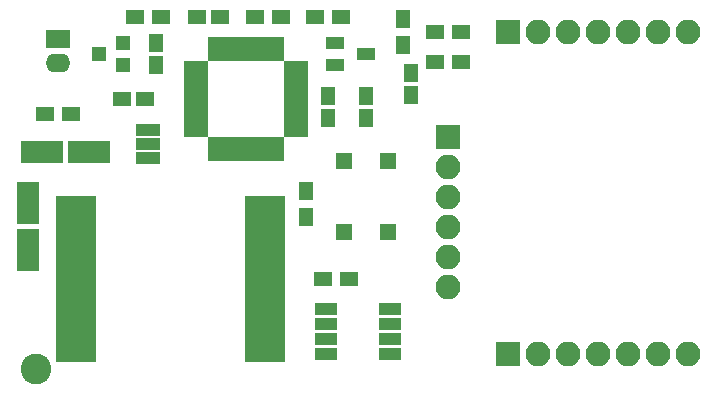
<source format=gts>
G04 #@! TF.FileFunction,Soldermask,Top*
%FSLAX46Y46*%
G04 Gerber Fmt 4.6, Leading zero omitted, Abs format (unit mm)*
G04 Created by KiCad (PCBNEW 4.0.7-e1-6374~58~ubuntu16.04.1) date Wed Aug  2 10:41:50 2017*
%MOMM*%
%LPD*%
G01*
G04 APERTURE LIST*
%ADD10C,0.100000*%
%ADD11R,1.400760X1.400760*%
%ADD12R,2.000000X0.950000*%
%ADD13R,0.950000X2.000000*%
%ADD14R,1.600000X1.150000*%
%ADD15R,1.150000X1.600000*%
%ADD16R,1.900000X3.600000*%
%ADD17R,3.600000X1.900000*%
%ADD18C,2.600000*%
%ADD19R,1.600000X1.300000*%
%ADD20R,1.300000X1.600000*%
%ADD21R,1.950000X1.000000*%
%ADD22R,1.300000X1.200000*%
%ADD23R,1.620000X1.050000*%
%ADD24R,2.100000X1.100000*%
%ADD25R,2.100000X1.600000*%
%ADD26O,2.100000X1.600000*%
%ADD27R,2.100000X2.100000*%
%ADD28O,2.100000X2.100000*%
%ADD29R,3.397200X1.997660*%
G04 APERTURE END LIST*
D10*
D11*
X137215880Y-130634740D03*
X140914120Y-124635260D03*
X140914120Y-130634740D03*
X137215880Y-124635260D03*
D12*
X124655000Y-116580000D03*
X124655000Y-117380000D03*
X124655000Y-118180000D03*
X124655000Y-118980000D03*
X124655000Y-119780000D03*
X124655000Y-120580000D03*
X124655000Y-121380000D03*
X124655000Y-122180000D03*
D13*
X126105000Y-123630000D03*
X126905000Y-123630000D03*
X127705000Y-123630000D03*
X128505000Y-123630000D03*
X129305000Y-123630000D03*
X130105000Y-123630000D03*
X130905000Y-123630000D03*
X131705000Y-123630000D03*
D12*
X133155000Y-122180000D03*
X133155000Y-121380000D03*
X133155000Y-120580000D03*
X133155000Y-119780000D03*
X133155000Y-118980000D03*
X133155000Y-118180000D03*
X133155000Y-117380000D03*
X133155000Y-116580000D03*
D13*
X131705000Y-115130000D03*
X130905000Y-115130000D03*
X130105000Y-115130000D03*
X129305000Y-115130000D03*
X128505000Y-115130000D03*
X127705000Y-115130000D03*
X126905000Y-115130000D03*
X126105000Y-115130000D03*
D14*
X124780000Y-112395000D03*
X126680000Y-112395000D03*
X120330000Y-119380000D03*
X118430000Y-119380000D03*
D15*
X135890000Y-119065000D03*
X135890000Y-120965000D03*
X142875000Y-117160000D03*
X142875000Y-119060000D03*
D16*
X110490000Y-128175000D03*
X110490000Y-132175000D03*
D17*
X111665000Y-123825000D03*
X115665000Y-123825000D03*
D15*
X121285000Y-114620000D03*
X121285000Y-116520000D03*
X139065000Y-119065000D03*
X139065000Y-120965000D03*
D18*
X111125000Y-142240000D03*
D19*
X119550000Y-112395000D03*
X121750000Y-112395000D03*
X129710000Y-112395000D03*
X131910000Y-112395000D03*
X135425000Y-134620000D03*
X137625000Y-134620000D03*
D20*
X133985000Y-129370000D03*
X133985000Y-127170000D03*
X142240000Y-114765000D03*
X142240000Y-112565000D03*
D19*
X147150000Y-116205000D03*
X144950000Y-116205000D03*
X147150000Y-113665000D03*
X144950000Y-113665000D03*
X114130000Y-120650000D03*
X111930000Y-120650000D03*
X134790000Y-112395000D03*
X136990000Y-112395000D03*
D21*
X141130000Y-140970000D03*
X141130000Y-139700000D03*
X141130000Y-138430000D03*
X141130000Y-137160000D03*
X135730000Y-137160000D03*
X135730000Y-138430000D03*
X135730000Y-139700000D03*
X135730000Y-140970000D03*
D22*
X118475000Y-116520000D03*
X118475000Y-114620000D03*
X116475000Y-115570000D03*
D23*
X136485000Y-114620000D03*
X136485000Y-116520000D03*
X139105000Y-115570000D03*
D24*
X120650000Y-124390000D03*
X120650000Y-123190000D03*
X120650000Y-121990000D03*
D25*
X113030000Y-114300000D03*
D26*
X113030000Y-116300000D03*
D27*
X151130000Y-140970000D03*
D28*
X153670000Y-140970000D03*
X156210000Y-140970000D03*
X158750000Y-140970000D03*
X161290000Y-140970000D03*
X163830000Y-140970000D03*
X166370000Y-140970000D03*
D27*
X151130000Y-113665000D03*
D28*
X153670000Y-113665000D03*
X156210000Y-113665000D03*
X158750000Y-113665000D03*
X161290000Y-113665000D03*
X163830000Y-113665000D03*
X166370000Y-113665000D03*
D29*
X114556540Y-128620520D03*
X114554000Y-130619500D03*
X114554000Y-132621020D03*
X114554000Y-134620000D03*
X114554000Y-136618980D03*
X114554000Y-138620500D03*
X114554000Y-140619480D03*
X130556000Y-140619480D03*
X130556000Y-138620500D03*
X130556000Y-136618980D03*
X130556000Y-134620000D03*
X130556000Y-132621020D03*
X130556000Y-130619500D03*
X130556000Y-128620520D03*
D27*
X146050000Y-122555000D03*
D28*
X146050000Y-125095000D03*
X146050000Y-127635000D03*
X146050000Y-130175000D03*
X146050000Y-132715000D03*
X146050000Y-135255000D03*
M02*

</source>
